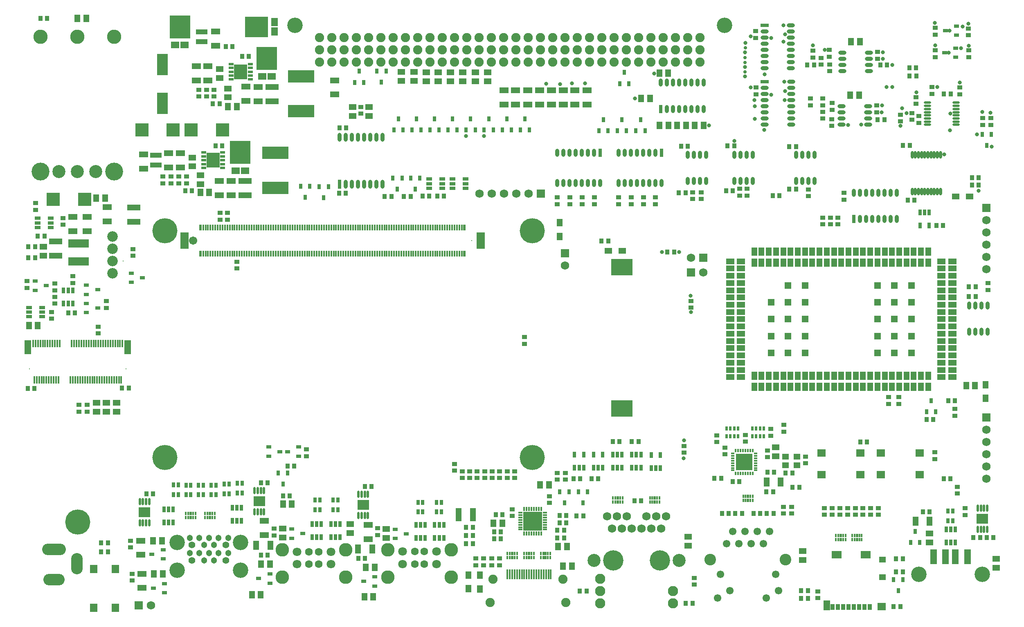
<source format=gts>
G04*
G04 #@! TF.GenerationSoftware,Altium Limited,Altium Designer,21.2.2 (38)*
G04*
G04 Layer_Color=8388736*
%FSLAX25Y25*%
%MOIN*%
G70*
G04*
G04 #@! TF.SameCoordinates,9A9FBC94-F95F-4755-83A8-F293FEA714C6*
G04*
G04*
G04 #@! TF.FilePolarity,Negative*
G04*
G01*
G75*
%ADD89R,0.05209X0.12139*%
%ADD90R,0.03556X0.04343*%
%ADD91R,0.04343X0.03556*%
%ADD92R,0.03162X0.04343*%
%ADD93R,0.04737X0.03162*%
%ADD94R,0.04737X0.06115*%
%ADD95O,0.03162X0.06509*%
%ADD96C,0.02769*%
%ADD97R,0.04540X0.05918*%
%ADD98R,0.06509X0.03162*%
%ADD99O,0.06509X0.03162*%
%ADD100R,0.03162X0.06509*%
%ADD101O,0.03162X0.06509*%
%ADD102R,0.04343X0.03162*%
%ADD103O,0.06509X0.03162*%
%ADD104O,0.05906X0.01968*%
%ADD105R,0.04737X0.06706*%
%ADD106R,0.06706X0.04737*%
%ADD107R,0.05721X0.05721*%
%ADD108R,0.03162X0.04737*%
%ADD109O,0.02375X0.06312*%
%ADD110R,0.06115X0.04737*%
%ADD111R,0.05918X0.04540*%
%ADD112R,0.17335X0.13398*%
%ADD113R,0.07099X0.06312*%
%ADD114R,0.07493X0.04934*%
%ADD115R,0.02165X0.05118*%
%ADD116R,0.01575X0.05118*%
%ADD117R,0.06509X0.13792*%
%ADD118R,0.21800X0.10300*%
%ADD119R,0.08674X0.17335*%
%ADD120R,0.10642X0.10642*%
%ADD121R,0.09461X0.04343*%
%ADD122R,0.10787X0.12362*%
%ADD123R,0.03898X0.01929*%
%ADD124R,0.11036X0.04934*%
%ADD125R,0.06509X0.05328*%
%ADD126R,0.17139X0.19107*%
%ADD127O,0.03162X0.07296*%
%ADD128R,0.03162X0.07296*%
%ADD129R,0.03543X0.04921*%
%ADD130R,0.03347X0.04921*%
%ADD131R,0.06902X0.06115*%
%ADD132R,0.05229X0.07887*%
%ADD133R,0.08280X0.06115*%
%ADD134R,0.05524X0.04737*%
%ADD135R,0.06115X0.04540*%
%ADD136R,0.01181X0.02618*%
%ADD137R,0.01968X0.02618*%
%ADD138R,0.02461X0.03248*%
%ADD139R,0.05512X0.04724*%
%ADD140R,0.01378X0.03150*%
%ADD141R,0.03150X0.01378*%
%ADD142R,0.13398X0.13398*%
%ADD143R,0.04934X0.07493*%
%ADD144R,0.02769X0.04343*%
%ADD145O,0.02047X0.05906*%
%ADD146R,0.09265X0.08123*%
%ADD147R,0.04934X0.11036*%
%ADD148R,0.15354X0.15354*%
%ADD149R,0.01457X0.03740*%
%ADD150R,0.03740X0.01457*%
%ADD151R,0.01575X0.07874*%
%ADD152R,0.04540X0.06115*%
%ADD153R,0.01378X0.06496*%
%ADD154R,0.05524X0.11627*%
%ADD155R,0.16548X0.07099*%
%ADD156R,0.05328X0.06509*%
%ADD157R,0.19107X0.17139*%
%ADD158R,0.06312X0.07099*%
%ADD159C,0.12611*%
%ADD160C,0.06800*%
%ADD161R,0.06800X0.06800*%
%ADD162R,0.06800X0.06800*%
%ADD163C,0.06902*%
%ADD164C,0.08280*%
%ADD165C,0.10642*%
%ADD166C,0.16548*%
%ADD167C,0.07493*%
%ADD168C,0.00800*%
%ADD169C,0.06706*%
%ADD170C,0.20485*%
%ADD171C,0.05131*%
%ADD172C,0.05524*%
%ADD173C,0.07099*%
%ADD174C,0.06312*%
%ADD175C,0.11036*%
%ADD176C,0.08556*%
%ADD177C,0.11627*%
%ADD178C,0.14580*%
%ADD179C,0.06115*%
%ADD180C,0.09461*%
%ADD181O,0.17335X0.09461*%
%ADD182O,0.19304X0.09461*%
%ADD183O,0.09461X0.17335*%
%ADD184C,0.03162*%
D89*
X758661Y47362D02*
D03*
X768504D02*
D03*
X776378D02*
D03*
X786220D02*
D03*
D90*
X332677Y341535D02*
D03*
X327165D02*
D03*
X316929D02*
D03*
X311417D02*
D03*
X342323Y341732D02*
D03*
X347835D02*
D03*
X359842D02*
D03*
X354331D02*
D03*
X473228Y80905D02*
D03*
X467717D02*
D03*
X627559Y342323D02*
D03*
X633071D02*
D03*
X646654Y382087D02*
D03*
X641142D02*
D03*
Y347638D02*
D03*
X646654D02*
D03*
X772621Y425197D02*
D03*
X767109D02*
D03*
X738976Y446654D02*
D03*
X744488D02*
D03*
X795472Y356693D02*
D03*
X789961D02*
D03*
X795472Y350787D02*
D03*
X789961D02*
D03*
X739173Y439944D02*
D03*
X744685D02*
D03*
X655709Y448819D02*
D03*
X661221D02*
D03*
X713189Y404331D02*
D03*
X718701D02*
D03*
X715354Y448819D02*
D03*
X720866D02*
D03*
X80512Y58858D02*
D03*
X86024D02*
D03*
X80512Y51378D02*
D03*
X86024D02*
D03*
X792913Y267913D02*
D03*
X787402D02*
D03*
X590748Y382874D02*
D03*
X596260D02*
D03*
X733858Y383071D02*
D03*
X739370D02*
D03*
X792913Y259842D02*
D03*
X787402D02*
D03*
X761024Y317717D02*
D03*
X766535D02*
D03*
X595079Y346063D02*
D03*
X589567D02*
D03*
X737598Y338386D02*
D03*
X743110D02*
D03*
X552953Y382480D02*
D03*
X558465D02*
D03*
X556693Y344488D02*
D03*
X551181D02*
D03*
X758465Y159646D02*
D03*
X752953D02*
D03*
X770669Y174803D02*
D03*
X776181D02*
D03*
X772441Y111024D02*
D03*
X766929D02*
D03*
X704528Y141142D02*
D03*
X699016D02*
D03*
X280118Y397441D02*
D03*
X274606D02*
D03*
X279724Y344094D02*
D03*
X274213D02*
D03*
X179134Y382677D02*
D03*
X173622D02*
D03*
X154527Y346063D02*
D03*
X149016D02*
D03*
X232283Y121653D02*
D03*
X237795D02*
D03*
X228543Y97244D02*
D03*
X234055D02*
D03*
X649213Y104331D02*
D03*
X643701D02*
D03*
X733661Y45669D02*
D03*
X728150D02*
D03*
Y35039D02*
D03*
X733661D02*
D03*
X731693Y6693D02*
D03*
X726181D02*
D03*
X650787Y13583D02*
D03*
X656299D02*
D03*
X656299Y19685D02*
D03*
X650787D02*
D03*
X514961Y93110D02*
D03*
X520472D02*
D03*
X475984Y19488D02*
D03*
X470472D02*
D03*
X556693Y9449D02*
D03*
X562205D02*
D03*
X512795Y141535D02*
D03*
X518307D02*
D03*
X497244D02*
D03*
X502756D02*
D03*
X485433Y111221D02*
D03*
X479921D02*
D03*
X470866D02*
D03*
X465354D02*
D03*
X585630Y111614D02*
D03*
X580118D02*
D03*
X643701Y115945D02*
D03*
X638189D02*
D03*
X622441Y100394D02*
D03*
X627953D02*
D03*
X623228Y116339D02*
D03*
X628740D02*
D03*
X600394Y108858D02*
D03*
X594882D02*
D03*
X591732Y82677D02*
D03*
X586221D02*
D03*
X597047D02*
D03*
X602559D02*
D03*
X622835D02*
D03*
X628346D02*
D03*
X617520D02*
D03*
X612008D02*
D03*
X807480Y63189D02*
D03*
X801968D02*
D03*
X791142D02*
D03*
X796654D02*
D03*
X755512Y84252D02*
D03*
X750000D02*
D03*
X488189Y305315D02*
D03*
X493701D02*
D03*
X377756Y71653D02*
D03*
X383268D02*
D03*
X377756Y64961D02*
D03*
X383268D02*
D03*
X377756Y58268D02*
D03*
X383268D02*
D03*
X401968Y81890D02*
D03*
X407480D02*
D03*
X459449Y75197D02*
D03*
X453937D02*
D03*
X459449Y81102D02*
D03*
X453937D02*
D03*
X406102Y67913D02*
D03*
X400591D02*
D03*
X406102Y62008D02*
D03*
X400591D02*
D03*
X452165Y69291D02*
D03*
X457677D02*
D03*
X452165Y62992D02*
D03*
X457677D02*
D03*
X295276Y104724D02*
D03*
X300787D02*
D03*
X289961Y46260D02*
D03*
X295472D02*
D03*
X210630Y107677D02*
D03*
X216142D02*
D03*
X210630Y48819D02*
D03*
X216142D02*
D03*
X122835Y98819D02*
D03*
X117323D02*
D03*
X36417Y486811D02*
D03*
X30906D02*
D03*
X102953Y185039D02*
D03*
X97441D02*
D03*
X53543Y246457D02*
D03*
X59055D02*
D03*
X26181Y184843D02*
D03*
X20669D02*
D03*
X187402Y463976D02*
D03*
X181890D02*
D03*
X176969Y417126D02*
D03*
X171457D02*
D03*
X21063Y300590D02*
D03*
X26575D02*
D03*
Y291339D02*
D03*
X21063D02*
D03*
X28740Y309252D02*
D03*
X34252D02*
D03*
X195276Y455905D02*
D03*
X200787D02*
D03*
X541732Y296063D02*
D03*
X547244D02*
D03*
D91*
X177362Y322638D02*
D03*
Y328150D02*
D03*
X183268Y322638D02*
D03*
Y328150D02*
D03*
X458661Y110433D02*
D03*
Y115945D02*
D03*
X452165Y115945D02*
D03*
Y110433D02*
D03*
X656693Y341732D02*
D03*
Y347244D02*
D03*
X712402Y415748D02*
D03*
Y410236D02*
D03*
X731693Y408268D02*
D03*
Y402756D02*
D03*
X780101Y430512D02*
D03*
Y425000D02*
D03*
X757464Y430709D02*
D03*
Y425197D02*
D03*
X613976Y430512D02*
D03*
Y425000D02*
D03*
X722047Y177756D02*
D03*
Y172244D02*
D03*
X730512Y177756D02*
D03*
Y172244D02*
D03*
X561024Y256299D02*
D03*
Y250787D02*
D03*
X555512Y137992D02*
D03*
Y132480D02*
D03*
X740945Y409646D02*
D03*
Y404134D02*
D03*
X746850Y401575D02*
D03*
Y407087D02*
D03*
X613779Y476378D02*
D03*
Y470866D02*
D03*
X798622Y405512D02*
D03*
Y400000D02*
D03*
X805332Y405512D02*
D03*
Y400000D02*
D03*
X760039Y460827D02*
D03*
Y455315D02*
D03*
Y479134D02*
D03*
Y473622D02*
D03*
X660433Y460433D02*
D03*
Y454921D02*
D03*
X658268Y421457D02*
D03*
Y415945D02*
D03*
X668504Y405118D02*
D03*
Y410630D02*
D03*
Y421457D02*
D03*
Y415945D02*
D03*
X787008Y478543D02*
D03*
Y473032D02*
D03*
X787402Y460827D02*
D03*
Y455315D02*
D03*
X675787Y399016D02*
D03*
Y404528D02*
D03*
X744472Y422638D02*
D03*
Y417126D02*
D03*
X675984Y417717D02*
D03*
Y412205D02*
D03*
X674016Y443701D02*
D03*
Y449213D02*
D03*
X673819Y461024D02*
D03*
Y455512D02*
D03*
X666929Y449016D02*
D03*
Y454528D02*
D03*
X713189Y459449D02*
D03*
Y453937D02*
D03*
X777953Y104528D02*
D03*
Y99016D02*
D03*
X802953Y265158D02*
D03*
Y270669D02*
D03*
X668504Y324213D02*
D03*
Y318701D02*
D03*
X674606Y324213D02*
D03*
Y318701D02*
D03*
X680709Y324213D02*
D03*
Y318701D02*
D03*
X685827Y338976D02*
D03*
Y344488D02*
D03*
X600787Y347835D02*
D03*
Y342323D02*
D03*
X606693Y347835D02*
D03*
Y342323D02*
D03*
X569488Y339370D02*
D03*
Y344882D02*
D03*
X562402Y339370D02*
D03*
Y344882D02*
D03*
X776181Y162598D02*
D03*
Y168110D02*
D03*
X502165Y335236D02*
D03*
Y340748D02*
D03*
X512205Y335236D02*
D03*
Y340748D02*
D03*
X522244Y335236D02*
D03*
Y340748D02*
D03*
X532087Y335236D02*
D03*
Y340748D02*
D03*
X452165Y335236D02*
D03*
Y340748D02*
D03*
X462205Y335236D02*
D03*
Y340748D02*
D03*
X472244Y335236D02*
D03*
Y340748D02*
D03*
X482283Y335236D02*
D03*
Y340748D02*
D03*
X759842Y127165D02*
D03*
Y132677D02*
D03*
X669685Y81693D02*
D03*
Y87205D02*
D03*
X292126Y409055D02*
D03*
Y414567D02*
D03*
X84646Y250591D02*
D03*
Y256102D02*
D03*
X137205Y357677D02*
D03*
Y352165D02*
D03*
X143701Y357677D02*
D03*
Y352165D02*
D03*
X150197Y357677D02*
D03*
Y352165D02*
D03*
X130709Y357677D02*
D03*
Y352165D02*
D03*
X247638Y135039D02*
D03*
Y129528D02*
D03*
X588779Y136614D02*
D03*
Y131102D02*
D03*
X582087Y141142D02*
D03*
Y146653D02*
D03*
X713779Y87205D02*
D03*
Y81693D02*
D03*
X664370Y13780D02*
D03*
Y19291D02*
D03*
X675984Y81693D02*
D03*
Y87205D02*
D03*
X694882Y81693D02*
D03*
Y87205D02*
D03*
X682283Y81693D02*
D03*
Y87205D02*
D03*
X707480Y81693D02*
D03*
Y87205D02*
D03*
X701181Y81693D02*
D03*
Y87205D02*
D03*
X688583Y81693D02*
D03*
Y87205D02*
D03*
X563779Y30315D02*
D03*
Y24803D02*
D03*
X636811Y155118D02*
D03*
Y149606D02*
D03*
X626181Y146260D02*
D03*
Y151772D02*
D03*
X654528Y123819D02*
D03*
Y129331D02*
D03*
X623228Y134252D02*
D03*
Y128740D02*
D03*
X605315Y141339D02*
D03*
Y146850D02*
D03*
X643110Y82677D02*
D03*
Y88189D02*
D03*
X636417Y82677D02*
D03*
Y88189D02*
D03*
X784252Y87008D02*
D03*
Y81496D02*
D03*
X425394Y221260D02*
D03*
Y226772D02*
D03*
X368504Y123228D02*
D03*
Y117717D02*
D03*
X78150Y229724D02*
D03*
Y235236D02*
D03*
X62402Y171457D02*
D03*
Y165945D02*
D03*
X69095Y171457D02*
D03*
Y165945D02*
D03*
X191142Y282677D02*
D03*
Y288189D02*
D03*
X417323Y111811D02*
D03*
Y117323D02*
D03*
X411221Y111811D02*
D03*
Y117323D02*
D03*
X405118Y111811D02*
D03*
Y117323D02*
D03*
X399016Y111811D02*
D03*
Y117323D02*
D03*
X392913Y111811D02*
D03*
Y117323D02*
D03*
X386811Y111811D02*
D03*
Y117323D02*
D03*
X380709Y111811D02*
D03*
Y117323D02*
D03*
X374606Y111811D02*
D03*
Y117323D02*
D03*
X445669Y91339D02*
D03*
Y96850D02*
D03*
X405118Y40551D02*
D03*
Y46063D02*
D03*
X385630Y40551D02*
D03*
Y46063D02*
D03*
X398622D02*
D03*
Y40551D02*
D03*
X392126Y46063D02*
D03*
Y40551D02*
D03*
X415354Y86221D02*
D03*
Y80709D02*
D03*
X305709Y70669D02*
D03*
Y65158D02*
D03*
X221260Y70472D02*
D03*
Y64961D02*
D03*
X104528Y55118D02*
D03*
Y60630D02*
D03*
X105709Y28150D02*
D03*
Y33661D02*
D03*
X39961Y241732D02*
D03*
Y247244D02*
D03*
X20079Y272441D02*
D03*
Y266929D02*
D03*
X42717Y270472D02*
D03*
Y264961D02*
D03*
X57480Y270866D02*
D03*
Y276378D02*
D03*
X106496Y293110D02*
D03*
Y298622D02*
D03*
X42717Y259646D02*
D03*
Y254134D02*
D03*
X160039Y423032D02*
D03*
Y428543D02*
D03*
X172441Y423032D02*
D03*
Y428543D02*
D03*
X166339Y423032D02*
D03*
Y428543D02*
D03*
X27165Y330512D02*
D03*
Y336024D02*
D03*
X49213Y323917D02*
D03*
Y318406D02*
D03*
D92*
X321850Y347441D02*
D03*
X318110Y356496D02*
D03*
X325590D02*
D03*
X336417Y347441D02*
D03*
X332677Y356496D02*
D03*
X340158D02*
D03*
X261811Y340551D02*
D03*
X258071Y349606D02*
D03*
X265551D02*
D03*
X246654Y340748D02*
D03*
X242913Y349803D02*
D03*
X250394D02*
D03*
X457874Y91339D02*
D03*
X454134Y100394D02*
D03*
X461614D02*
D03*
X473032Y91339D02*
D03*
X469291Y100394D02*
D03*
X476772D02*
D03*
X504724Y404134D02*
D03*
X508465Y395079D02*
D03*
X500984D02*
D03*
X506693Y442717D02*
D03*
X510433Y433661D02*
D03*
X502953D02*
D03*
X516142Y395079D02*
D03*
X523622D02*
D03*
X519882Y404134D02*
D03*
X486024Y395079D02*
D03*
X493504D02*
D03*
X489764Y404134D02*
D03*
X805709Y392126D02*
D03*
X798228D02*
D03*
X801968Y383071D02*
D03*
X752953Y165748D02*
D03*
X760433D02*
D03*
X756693Y174803D02*
D03*
X422047Y395669D02*
D03*
X429528D02*
D03*
X425787Y404724D02*
D03*
X407283Y395669D02*
D03*
X414764D02*
D03*
X411024Y404724D02*
D03*
X392520Y395669D02*
D03*
X400000D02*
D03*
X396260Y404724D02*
D03*
X377756Y395669D02*
D03*
X385236D02*
D03*
X381496Y404724D02*
D03*
X362992Y395669D02*
D03*
X370472D02*
D03*
X366732Y404724D02*
D03*
X348228Y395669D02*
D03*
X355709D02*
D03*
X351969Y404724D02*
D03*
X333661Y395669D02*
D03*
X341142D02*
D03*
X337402Y404724D02*
D03*
X318898Y395669D02*
D03*
X326378D02*
D03*
X322638Y404724D02*
D03*
X287008Y434646D02*
D03*
X294488D02*
D03*
X290748Y443701D02*
D03*
X312598Y443898D02*
D03*
X305118D02*
D03*
X308858Y434842D02*
D03*
X232283Y115748D02*
D03*
X224803D02*
D03*
X228543Y106693D02*
D03*
X733661Y28937D02*
D03*
X726181D02*
D03*
X729921Y19882D02*
D03*
X739961Y59252D02*
D03*
X747441D02*
D03*
X743701Y68307D02*
D03*
D93*
X358465Y355709D02*
D03*
Y351969D02*
D03*
Y348228D02*
D03*
X347835D02*
D03*
Y351969D02*
D03*
Y355709D02*
D03*
X366732Y348228D02*
D03*
Y351969D02*
D03*
Y355709D02*
D03*
X377362D02*
D03*
Y351969D02*
D03*
Y348228D02*
D03*
X32283Y250984D02*
D03*
Y247244D02*
D03*
Y243504D02*
D03*
X21654D02*
D03*
Y247244D02*
D03*
Y250984D02*
D03*
X28740Y316240D02*
D03*
Y319980D02*
D03*
Y323721D02*
D03*
X39370D02*
D03*
Y319980D02*
D03*
Y316240D02*
D03*
D94*
X453937Y308957D02*
D03*
Y320177D02*
D03*
X801181Y176673D02*
D03*
Y187894D02*
D03*
X379724Y21358D02*
D03*
Y32579D02*
D03*
X388976Y21260D02*
D03*
Y32480D02*
D03*
D95*
X646634Y354035D02*
D03*
X651634D02*
D03*
X656634D02*
D03*
X661634D02*
D03*
X646634Y375492D02*
D03*
X651634D02*
D03*
X656634D02*
D03*
X661634D02*
D03*
X802776Y252658D02*
D03*
X797776D02*
D03*
X792776D02*
D03*
X787776D02*
D03*
X802776Y231201D02*
D03*
X797776D02*
D03*
X792776D02*
D03*
X787776D02*
D03*
X611240Y375492D02*
D03*
X606240D02*
D03*
X601240D02*
D03*
X596240D02*
D03*
X611240Y354035D02*
D03*
X606240D02*
D03*
X601240D02*
D03*
X596240D02*
D03*
X573445Y375492D02*
D03*
X568445D02*
D03*
X563445D02*
D03*
X558445D02*
D03*
X573445Y354035D02*
D03*
X568445D02*
D03*
X563445D02*
D03*
X558445D02*
D03*
D96*
X604921Y454921D02*
D03*
Y458858D02*
D03*
Y443278D02*
D03*
Y439341D02*
D03*
X605315Y466929D02*
D03*
Y462992D02*
D03*
X604921Y447047D02*
D03*
Y450984D02*
D03*
D97*
X542520Y442126D02*
D03*
X535236D02*
D03*
X564075Y399606D02*
D03*
X571358D02*
D03*
X556988D02*
D03*
X549705D02*
D03*
X542815D02*
D03*
X535532D02*
D03*
X690650Y424151D02*
D03*
X697933D02*
D03*
X691437Y467913D02*
D03*
X698721D02*
D03*
X527658Y421457D02*
D03*
X520374D02*
D03*
X792520Y187008D02*
D03*
X785236D02*
D03*
X302165Y14764D02*
D03*
X294882D02*
D03*
X445374Y106102D02*
D03*
X438091D02*
D03*
X161221Y344685D02*
D03*
X168504D02*
D03*
X235827Y90354D02*
D03*
X228543D02*
D03*
X203248Y16339D02*
D03*
X210531D02*
D03*
X463976Y39961D02*
D03*
X456693D02*
D03*
X400000Y75000D02*
D03*
X407283D02*
D03*
X459941Y55709D02*
D03*
X452658D02*
D03*
X28839Y236221D02*
D03*
X21555D02*
D03*
X60925Y486811D02*
D03*
X68209D02*
D03*
X191043Y414961D02*
D03*
X183760D02*
D03*
X83760Y340158D02*
D03*
X76476D02*
D03*
D98*
X621063Y481277D02*
D03*
X621161Y435020D02*
D03*
D99*
X621063Y476277D02*
D03*
Y471277D02*
D03*
Y466277D02*
D03*
Y461277D02*
D03*
Y456277D02*
D03*
Y451277D02*
D03*
Y446277D02*
D03*
X642520Y481277D02*
D03*
Y476277D02*
D03*
Y471277D02*
D03*
Y466277D02*
D03*
Y461277D02*
D03*
Y456277D02*
D03*
Y451277D02*
D03*
Y446277D02*
D03*
X621161Y430020D02*
D03*
Y425020D02*
D03*
Y420020D02*
D03*
Y415020D02*
D03*
Y410020D02*
D03*
Y405020D02*
D03*
Y400020D02*
D03*
X642618Y435020D02*
D03*
Y430020D02*
D03*
Y425020D02*
D03*
Y420020D02*
D03*
Y415020D02*
D03*
Y410020D02*
D03*
Y405020D02*
D03*
Y400020D02*
D03*
D100*
X536532Y412894D02*
D03*
X693720Y323130D02*
D03*
X487185Y377165D02*
D03*
X537185D02*
D03*
D101*
X541533Y412894D02*
D03*
X546532D02*
D03*
X551533D02*
D03*
X556532D02*
D03*
X561532D02*
D03*
X566533D02*
D03*
X571532D02*
D03*
X536532Y434350D02*
D03*
X541533D02*
D03*
X546532D02*
D03*
X551533D02*
D03*
X556532D02*
D03*
X561532D02*
D03*
X566533D02*
D03*
X571532D02*
D03*
X698721Y323130D02*
D03*
X703721D02*
D03*
X708720D02*
D03*
X713721D02*
D03*
X718720D02*
D03*
X723721D02*
D03*
X728721D02*
D03*
X693720Y344587D02*
D03*
X698721D02*
D03*
X703721D02*
D03*
X708720D02*
D03*
X713721D02*
D03*
X718720D02*
D03*
X723721D02*
D03*
X728721D02*
D03*
X452185Y352362D02*
D03*
X457185D02*
D03*
X462185D02*
D03*
X467185D02*
D03*
X472185D02*
D03*
X477185D02*
D03*
X482185D02*
D03*
X487185D02*
D03*
X452185Y377165D02*
D03*
X457185D02*
D03*
X462185D02*
D03*
X467185D02*
D03*
X472185D02*
D03*
X477185D02*
D03*
X482185D02*
D03*
X502185Y352362D02*
D03*
X507185D02*
D03*
X512185D02*
D03*
X517185D02*
D03*
X522185D02*
D03*
X527185D02*
D03*
X532185D02*
D03*
X537185D02*
D03*
X502185Y377165D02*
D03*
X507185D02*
D03*
X512185D02*
D03*
X517185D02*
D03*
X522185D02*
D03*
X527185D02*
D03*
X532185D02*
D03*
D102*
X777362Y473032D02*
D03*
Y480512D02*
D03*
X768307Y476772D02*
D03*
X776772Y455118D02*
D03*
Y462598D02*
D03*
X767717Y458858D02*
D03*
X68504Y254331D02*
D03*
Y246850D02*
D03*
X77559Y250590D02*
D03*
X216929Y137008D02*
D03*
Y129528D02*
D03*
X225984Y133268D02*
D03*
X241339Y129528D02*
D03*
Y137008D02*
D03*
X232283Y133268D02*
D03*
X328937Y66142D02*
D03*
X319882Y62402D02*
D03*
Y69882D02*
D03*
X294291Y27362D02*
D03*
X303346Y31102D02*
D03*
Y23622D02*
D03*
X208858Y29724D02*
D03*
X217913Y33465D02*
D03*
Y25984D02*
D03*
X244685Y66339D02*
D03*
X235630Y62598D02*
D03*
Y70079D02*
D03*
X121850Y49409D02*
D03*
X130905Y53150D02*
D03*
Y45669D02*
D03*
X123031Y21850D02*
D03*
X132087Y25591D02*
D03*
Y18110D02*
D03*
X35630Y268701D02*
D03*
X26575Y264961D02*
D03*
Y272441D02*
D03*
X77559Y265354D02*
D03*
X68504Y261614D02*
D03*
Y269094D02*
D03*
X113976Y275197D02*
D03*
X104921Y271457D02*
D03*
Y278937D02*
D03*
D103*
X705905Y443819D02*
D03*
Y448819D02*
D03*
Y453819D02*
D03*
Y458819D02*
D03*
X684449Y443819D02*
D03*
Y448819D02*
D03*
Y453819D02*
D03*
Y458819D02*
D03*
X705217Y400177D02*
D03*
Y405177D02*
D03*
Y410177D02*
D03*
Y415177D02*
D03*
X683760Y400177D02*
D03*
Y405177D02*
D03*
Y410177D02*
D03*
Y415177D02*
D03*
D104*
X753723Y418012D02*
D03*
Y415453D02*
D03*
Y412894D02*
D03*
Y410335D02*
D03*
Y407776D02*
D03*
Y405217D02*
D03*
Y402658D02*
D03*
Y400098D02*
D03*
X776952Y418012D02*
D03*
Y415453D02*
D03*
Y412894D02*
D03*
Y410335D02*
D03*
Y407776D02*
D03*
Y405217D02*
D03*
Y402658D02*
D03*
Y400098D02*
D03*
D105*
X612598Y287598D02*
D03*
X618504D02*
D03*
X624409D02*
D03*
X630315D02*
D03*
X636221D02*
D03*
X642126D02*
D03*
X648032D02*
D03*
X653937D02*
D03*
X659842D02*
D03*
X665748D02*
D03*
X671654D02*
D03*
X677559D02*
D03*
X683464D02*
D03*
X689370D02*
D03*
X695276D02*
D03*
X701181D02*
D03*
X707087D02*
D03*
X712992D02*
D03*
X718898D02*
D03*
X724803D02*
D03*
X730709D02*
D03*
X736614D02*
D03*
X742520D02*
D03*
X748425D02*
D03*
X754331D02*
D03*
X612598Y296457D02*
D03*
X618504D02*
D03*
X624409D02*
D03*
X630315D02*
D03*
X636221D02*
D03*
X642126D02*
D03*
X648032D02*
D03*
X653937D02*
D03*
X659842D02*
D03*
X665748D02*
D03*
X671654D02*
D03*
X677559D02*
D03*
X683464D02*
D03*
X689370D02*
D03*
X695276D02*
D03*
X701181D02*
D03*
X707087D02*
D03*
X712992D02*
D03*
X718898D02*
D03*
X724803D02*
D03*
X730709D02*
D03*
X736614D02*
D03*
X742520D02*
D03*
X748425D02*
D03*
X754331D02*
D03*
Y195079D02*
D03*
X748425D02*
D03*
X742520D02*
D03*
X736614D02*
D03*
X730709D02*
D03*
X724803D02*
D03*
X718898D02*
D03*
X712992D02*
D03*
X707087D02*
D03*
X701181D02*
D03*
X695276D02*
D03*
X689370D02*
D03*
X683465D02*
D03*
X677559D02*
D03*
X671654D02*
D03*
X665748D02*
D03*
X659842D02*
D03*
X653937D02*
D03*
X648032D02*
D03*
X642126D02*
D03*
X636221D02*
D03*
X630315D02*
D03*
X624409D02*
D03*
X618504D02*
D03*
X612598D02*
D03*
X754331Y186221D02*
D03*
X748425D02*
D03*
X742520D02*
D03*
X736614D02*
D03*
X730709D02*
D03*
X724803D02*
D03*
X718898D02*
D03*
X712992D02*
D03*
X707087D02*
D03*
X701181D02*
D03*
X695276D02*
D03*
X689370D02*
D03*
X683465D02*
D03*
X677559D02*
D03*
X671654D02*
D03*
X665748D02*
D03*
X659842D02*
D03*
X653937D02*
D03*
X648032D02*
D03*
X642126D02*
D03*
X636221D02*
D03*
X630315D02*
D03*
X624409D02*
D03*
X618504D02*
D03*
X612598D02*
D03*
D106*
X765158Y282677D02*
D03*
Y288583D02*
D03*
Y235433D02*
D03*
Y276772D02*
D03*
Y270866D02*
D03*
Y264961D02*
D03*
Y259055D02*
D03*
Y253150D02*
D03*
Y247244D02*
D03*
Y241339D02*
D03*
Y229528D02*
D03*
Y223622D02*
D03*
Y217717D02*
D03*
Y211811D02*
D03*
Y205906D02*
D03*
Y200000D02*
D03*
Y194095D02*
D03*
X774016Y288583D02*
D03*
Y282677D02*
D03*
Y276772D02*
D03*
Y270866D02*
D03*
Y264961D02*
D03*
Y259055D02*
D03*
Y253150D02*
D03*
Y247244D02*
D03*
Y241339D02*
D03*
Y235433D02*
D03*
Y229528D02*
D03*
Y223622D02*
D03*
Y217717D02*
D03*
Y211811D02*
D03*
Y205807D02*
D03*
Y200000D02*
D03*
Y194095D02*
D03*
X601772Y194095D02*
D03*
Y200000D02*
D03*
Y205906D02*
D03*
Y211811D02*
D03*
Y217717D02*
D03*
Y223622D02*
D03*
Y229528D02*
D03*
Y235433D02*
D03*
Y241339D02*
D03*
Y247244D02*
D03*
Y253150D02*
D03*
Y259055D02*
D03*
Y264961D02*
D03*
Y270866D02*
D03*
Y276772D02*
D03*
Y282677D02*
D03*
Y288583D02*
D03*
X592913Y194095D02*
D03*
Y200000D02*
D03*
Y205906D02*
D03*
Y211811D02*
D03*
Y217717D02*
D03*
Y223622D02*
D03*
Y229528D02*
D03*
Y235433D02*
D03*
Y241339D02*
D03*
Y247244D02*
D03*
Y253150D02*
D03*
Y259055D02*
D03*
Y264961D02*
D03*
Y270866D02*
D03*
Y276772D02*
D03*
Y282677D02*
D03*
Y288583D02*
D03*
D107*
X726772Y213779D02*
D03*
Y227559D02*
D03*
Y241339D02*
D03*
Y255118D02*
D03*
Y268898D02*
D03*
X712992Y213779D02*
D03*
Y227559D02*
D03*
Y241339D02*
D03*
Y255118D02*
D03*
Y268898D02*
D03*
X626378Y255118D02*
D03*
Y241339D02*
D03*
Y227559D02*
D03*
Y213779D02*
D03*
X640158Y268898D02*
D03*
Y255118D02*
D03*
Y241339D02*
D03*
Y227559D02*
D03*
Y213779D02*
D03*
X653937Y268898D02*
D03*
Y255118D02*
D03*
Y241339D02*
D03*
Y227559D02*
D03*
Y213779D02*
D03*
X740551Y268898D02*
D03*
Y255118D02*
D03*
Y241339D02*
D03*
Y227559D02*
D03*
Y213779D02*
D03*
D108*
X755118Y317717D02*
D03*
X747638D02*
D03*
Y328346D02*
D03*
X751378D02*
D03*
X755118D02*
D03*
X466142Y130709D02*
D03*
X473622D02*
D03*
Y120079D02*
D03*
X469882D02*
D03*
X466142D02*
D03*
X481693Y130709D02*
D03*
X489173D02*
D03*
Y120079D02*
D03*
X485433D02*
D03*
X481693D02*
D03*
X497244D02*
D03*
X500984D02*
D03*
X504724D02*
D03*
Y130709D02*
D03*
X500984D02*
D03*
X497244D02*
D03*
X512795Y120079D02*
D03*
X516535D02*
D03*
X520276D02*
D03*
Y130709D02*
D03*
X516535D02*
D03*
X512795D02*
D03*
X528543Y130512D02*
D03*
X536024D02*
D03*
Y119882D02*
D03*
X532283D02*
D03*
X528543D02*
D03*
X768898Y59252D02*
D03*
X772638D02*
D03*
X776378D02*
D03*
Y69882D02*
D03*
X772638D02*
D03*
X768898D02*
D03*
X267717Y74016D02*
D03*
X271457D02*
D03*
X275197D02*
D03*
Y63386D02*
D03*
X271457D02*
D03*
X267717D02*
D03*
X194685Y87402D02*
D03*
X190945D02*
D03*
X187205D02*
D03*
Y76772D02*
D03*
X190945D02*
D03*
X194685D02*
D03*
X139173Y86221D02*
D03*
X135433D02*
D03*
X131693D02*
D03*
Y75590D02*
D03*
X135433D02*
D03*
X139173D02*
D03*
X352165Y62992D02*
D03*
X355906D02*
D03*
X359646D02*
D03*
Y73622D02*
D03*
X355906D02*
D03*
X352165D02*
D03*
X337008Y62992D02*
D03*
X340748D02*
D03*
X344488D02*
D03*
Y73622D02*
D03*
X340748D02*
D03*
X337008D02*
D03*
X252362Y63386D02*
D03*
X256102D02*
D03*
X259842D02*
D03*
Y74016D02*
D03*
X256102D02*
D03*
X252362D02*
D03*
X57284Y254331D02*
D03*
X53543D02*
D03*
X49803D02*
D03*
Y264961D02*
D03*
X53543D02*
D03*
X57284D02*
D03*
D109*
X764272Y375394D02*
D03*
X761713D02*
D03*
X759154D02*
D03*
X756595D02*
D03*
X754035D02*
D03*
X751476D02*
D03*
X748917D02*
D03*
X746358D02*
D03*
X743799D02*
D03*
X741240D02*
D03*
X764272Y345472D02*
D03*
X761713D02*
D03*
X759154D02*
D03*
X756595D02*
D03*
X754035D02*
D03*
X751476D02*
D03*
X748917D02*
D03*
X746358D02*
D03*
X743799D02*
D03*
X741240D02*
D03*
D110*
X787894Y341339D02*
D03*
X776673D02*
D03*
X493701Y297244D02*
D03*
X504921D02*
D03*
D111*
X283465Y66831D02*
D03*
Y74114D02*
D03*
X395276Y442815D02*
D03*
Y435532D02*
D03*
X385236Y442815D02*
D03*
Y435532D02*
D03*
X375197Y442717D02*
D03*
Y435433D02*
D03*
X365158Y442717D02*
D03*
Y435433D02*
D03*
X355118Y442815D02*
D03*
Y435532D02*
D03*
X345276Y442913D02*
D03*
Y435630D02*
D03*
X335236Y443012D02*
D03*
Y435728D02*
D03*
X325197Y443110D02*
D03*
Y435827D02*
D03*
X285433Y414567D02*
D03*
Y407283D02*
D03*
X298819D02*
D03*
Y414567D02*
D03*
X154724Y373327D02*
D03*
Y366043D02*
D03*
X161221Y358760D02*
D03*
Y351476D02*
D03*
X177165Y445571D02*
D03*
Y438287D02*
D03*
X93110Y173130D02*
D03*
Y165847D02*
D03*
X84842Y173130D02*
D03*
Y165847D02*
D03*
X76575Y173130D02*
D03*
Y165847D02*
D03*
X630118Y136909D02*
D03*
Y129626D02*
D03*
X809646Y38386D02*
D03*
Y45669D02*
D03*
X183858Y422342D02*
D03*
Y429626D02*
D03*
X33268Y293209D02*
D03*
Y300492D02*
D03*
D112*
X504724Y168504D02*
D03*
Y283858D02*
D03*
D113*
X747244Y114370D02*
D03*
X715748D02*
D03*
X747244Y132087D02*
D03*
X715748D02*
D03*
X667520D02*
D03*
X699016D02*
D03*
X667520Y114370D02*
D03*
X699016D02*
D03*
D114*
X476378Y428051D02*
D03*
Y416437D02*
D03*
X466535Y428051D02*
D03*
Y416437D02*
D03*
X456890Y428051D02*
D03*
Y416437D02*
D03*
X447244Y428150D02*
D03*
Y416535D02*
D03*
X437598Y416634D02*
D03*
Y428248D02*
D03*
X408661Y416634D02*
D03*
Y428248D02*
D03*
X427953Y416634D02*
D03*
Y428248D02*
D03*
X418110Y416634D02*
D03*
Y428248D02*
D03*
X270669Y424705D02*
D03*
Y436319D02*
D03*
X114961Y375886D02*
D03*
Y364272D02*
D03*
X135433Y365256D02*
D03*
Y376870D02*
D03*
X145079Y365256D02*
D03*
Y376870D02*
D03*
X176575Y354035D02*
D03*
Y342421D02*
D03*
X186417Y354134D02*
D03*
Y342520D02*
D03*
X298031Y73524D02*
D03*
Y61910D02*
D03*
X213386Y76870D02*
D03*
Y65256D02*
D03*
X112795Y60630D02*
D03*
Y49016D02*
D03*
X113583Y33658D02*
D03*
Y22044D02*
D03*
X167323Y447736D02*
D03*
Y436122D02*
D03*
X157874Y447736D02*
D03*
Y436122D02*
D03*
X198425Y419390D02*
D03*
Y431004D02*
D03*
X208268Y419291D02*
D03*
Y430905D02*
D03*
X173819Y476181D02*
D03*
Y464567D02*
D03*
X69095Y324705D02*
D03*
Y313091D02*
D03*
X57284Y324705D02*
D03*
Y313091D02*
D03*
X85236Y332874D02*
D03*
Y321260D02*
D03*
D115*
X376476Y316142D02*
D03*
X161319D02*
D03*
X376476Y294882D02*
D03*
X161319D02*
D03*
D116*
X374213Y316142D02*
D03*
X372244D02*
D03*
X370276D02*
D03*
X368307D02*
D03*
X366339D02*
D03*
X364370D02*
D03*
X362402D02*
D03*
X360433D02*
D03*
X358465D02*
D03*
X356496D02*
D03*
X354528D02*
D03*
X352559D02*
D03*
X350590D02*
D03*
X348622D02*
D03*
X346654D02*
D03*
X344685D02*
D03*
X342717D02*
D03*
X340748D02*
D03*
X338779D02*
D03*
X336811D02*
D03*
X334842D02*
D03*
X332874D02*
D03*
X330906D02*
D03*
X328937D02*
D03*
X326969D02*
D03*
X325000D02*
D03*
X323031D02*
D03*
X321063D02*
D03*
X319094D02*
D03*
X317126D02*
D03*
X315158D02*
D03*
X313189D02*
D03*
X311221D02*
D03*
X309252D02*
D03*
X307283D02*
D03*
X305315D02*
D03*
X303346D02*
D03*
X301378D02*
D03*
X299410D02*
D03*
X297441D02*
D03*
X295472D02*
D03*
X293504D02*
D03*
X291535D02*
D03*
X289567D02*
D03*
X287598D02*
D03*
X285630D02*
D03*
X283661D02*
D03*
X281693D02*
D03*
X279724D02*
D03*
X277756D02*
D03*
X275787D02*
D03*
X273819D02*
D03*
X271850D02*
D03*
X269882D02*
D03*
X267913D02*
D03*
X265945D02*
D03*
X263976D02*
D03*
X262008D02*
D03*
X260039D02*
D03*
X258071D02*
D03*
X256102D02*
D03*
X254134D02*
D03*
X252165D02*
D03*
X250197D02*
D03*
X248228D02*
D03*
X246260D02*
D03*
X244291D02*
D03*
X242323D02*
D03*
X240354D02*
D03*
X238386D02*
D03*
X236417D02*
D03*
X234449D02*
D03*
X232480D02*
D03*
X230512D02*
D03*
X228543D02*
D03*
X226575D02*
D03*
X224606D02*
D03*
X222638D02*
D03*
X220669D02*
D03*
X218701D02*
D03*
X216732D02*
D03*
X214764D02*
D03*
X212795D02*
D03*
X210827D02*
D03*
X208858D02*
D03*
X206890D02*
D03*
X204921D02*
D03*
X202953D02*
D03*
X200984D02*
D03*
X199016D02*
D03*
X197047D02*
D03*
X195079D02*
D03*
X193110D02*
D03*
X191142D02*
D03*
X189173D02*
D03*
X187205D02*
D03*
X185236D02*
D03*
X183268D02*
D03*
X181299D02*
D03*
X179331D02*
D03*
X177362D02*
D03*
X175394D02*
D03*
X173425D02*
D03*
X171457D02*
D03*
X169488D02*
D03*
X167520D02*
D03*
X165551D02*
D03*
X163583D02*
D03*
X374213Y294882D02*
D03*
X372244D02*
D03*
X370276D02*
D03*
X368307D02*
D03*
X366339D02*
D03*
X364370D02*
D03*
X362402D02*
D03*
X360433D02*
D03*
X358465D02*
D03*
X356496D02*
D03*
X354528D02*
D03*
X352559D02*
D03*
X350590D02*
D03*
X348622D02*
D03*
X346654D02*
D03*
X344685D02*
D03*
X342717D02*
D03*
X340748D02*
D03*
X338779D02*
D03*
X336811D02*
D03*
X334842D02*
D03*
X332874D02*
D03*
X330906D02*
D03*
X328937D02*
D03*
X326969D02*
D03*
X325000D02*
D03*
X323031D02*
D03*
X321063D02*
D03*
X319094D02*
D03*
X317126D02*
D03*
X315158D02*
D03*
X313189D02*
D03*
X311221D02*
D03*
X309252D02*
D03*
X307283D02*
D03*
X305315D02*
D03*
X303346D02*
D03*
X301378D02*
D03*
X299410D02*
D03*
X297441D02*
D03*
X295472D02*
D03*
X293504D02*
D03*
X291535D02*
D03*
X289567D02*
D03*
X287598D02*
D03*
X285630D02*
D03*
X283661D02*
D03*
X281693D02*
D03*
X279724D02*
D03*
X277756D02*
D03*
X275787D02*
D03*
X273819D02*
D03*
X271850D02*
D03*
X269882D02*
D03*
X267913D02*
D03*
X265945D02*
D03*
X263976D02*
D03*
X262008D02*
D03*
X260039D02*
D03*
X258071D02*
D03*
X256102D02*
D03*
X254134D02*
D03*
X252165D02*
D03*
X250197D02*
D03*
X248228D02*
D03*
X246260D02*
D03*
X244291D02*
D03*
X242323D02*
D03*
X240354D02*
D03*
X238386D02*
D03*
X236417D02*
D03*
X234449D02*
D03*
X232480D02*
D03*
X230512D02*
D03*
X228543D02*
D03*
X226575D02*
D03*
X224606D02*
D03*
X222638D02*
D03*
X220669D02*
D03*
X218701D02*
D03*
X216732D02*
D03*
X214764D02*
D03*
X212795D02*
D03*
X210827D02*
D03*
X208858D02*
D03*
X206890D02*
D03*
X204921D02*
D03*
X202953D02*
D03*
X200984D02*
D03*
X199016D02*
D03*
X197047D02*
D03*
X195079D02*
D03*
X193110D02*
D03*
X191142D02*
D03*
X189173D02*
D03*
X187205D02*
D03*
X185236D02*
D03*
X183268D02*
D03*
X181299D02*
D03*
X179331D02*
D03*
X177362D02*
D03*
X175394D02*
D03*
X173425D02*
D03*
X171457D02*
D03*
X169488D02*
D03*
X167520D02*
D03*
X165551D02*
D03*
X163583D02*
D03*
D117*
X148228Y305512D02*
D03*
X389567D02*
D03*
D118*
X222244Y348543D02*
D03*
Y377047D02*
D03*
X243307Y439646D02*
D03*
Y411142D02*
D03*
D119*
X130315Y417520D02*
D03*
Y449016D02*
D03*
D120*
X113773Y395866D02*
D03*
X139173D02*
D03*
X179235D02*
D03*
X153835D02*
D03*
X41529Y339173D02*
D03*
X66929D02*
D03*
D121*
X125197Y375197D02*
D03*
Y367323D02*
D03*
X162205Y475787D02*
D03*
Y467913D02*
D03*
D122*
X171752Y371063D02*
D03*
X194193Y443307D02*
D03*
D123*
X179527Y364764D02*
D03*
Y367913D02*
D03*
Y371063D02*
D03*
Y374213D02*
D03*
Y377362D02*
D03*
X163976Y364764D02*
D03*
Y367913D02*
D03*
Y371063D02*
D03*
Y374213D02*
D03*
Y377362D02*
D03*
X186417Y449606D02*
D03*
Y446457D02*
D03*
Y443307D02*
D03*
Y440157D02*
D03*
Y437008D02*
D03*
X201969Y449606D02*
D03*
Y446457D02*
D03*
Y443307D02*
D03*
Y440157D02*
D03*
Y437008D02*
D03*
D124*
X197835Y342421D02*
D03*
Y354035D02*
D03*
X107087Y332579D02*
D03*
Y320965D02*
D03*
X219685Y430905D02*
D03*
Y419291D02*
D03*
X43504Y304823D02*
D03*
Y293209D02*
D03*
D125*
X197716Y362598D02*
D03*
X189961D02*
D03*
X148504Y465158D02*
D03*
X140748D02*
D03*
X211614Y439370D02*
D03*
X219370D02*
D03*
D126*
X193839Y377362D02*
D03*
X144626Y479921D02*
D03*
X215492Y454134D02*
D03*
D127*
X309626Y389961D02*
D03*
X304626D02*
D03*
X299626D02*
D03*
X294626D02*
D03*
X289626D02*
D03*
X284626D02*
D03*
X279626D02*
D03*
X274626D02*
D03*
X309626Y351378D02*
D03*
X304626D02*
D03*
X299626D02*
D03*
X294626D02*
D03*
X289626D02*
D03*
X284626D02*
D03*
X279626D02*
D03*
D128*
X274626D02*
D03*
D129*
X706693Y6496D02*
D03*
X702362D02*
D03*
X698032D02*
D03*
X693701D02*
D03*
X689370D02*
D03*
X685039D02*
D03*
X680709D02*
D03*
D130*
X676476D02*
D03*
D131*
X716378Y6988D02*
D03*
D132*
X671634Y7874D02*
D03*
D133*
X679783Y49114D02*
D03*
X703287D02*
D03*
D134*
X717067Y30709D02*
D03*
Y45276D02*
D03*
D135*
X558661Y63681D02*
D03*
Y56398D02*
D03*
X652165Y44980D02*
D03*
Y52264D02*
D03*
X755512Y66535D02*
D03*
Y59252D02*
D03*
X312795Y70276D02*
D03*
Y62992D02*
D03*
X228346Y70472D02*
D03*
Y63189D02*
D03*
D136*
X700197Y64764D02*
D03*
X698228D02*
D03*
X694291D02*
D03*
X692323D02*
D03*
X700197Y61472D02*
D03*
X698228D02*
D03*
X694291D02*
D03*
X692323D02*
D03*
X687008Y64780D02*
D03*
X685039D02*
D03*
X681102D02*
D03*
X679134D02*
D03*
X687008Y61488D02*
D03*
X685039D02*
D03*
X681102D02*
D03*
X679134D02*
D03*
X611417Y96724D02*
D03*
X609449D02*
D03*
X605512D02*
D03*
X603543D02*
D03*
X611417Y93433D02*
D03*
X609449D02*
D03*
X605512D02*
D03*
X603543D02*
D03*
X173031Y82819D02*
D03*
X171063D02*
D03*
X167126D02*
D03*
X165157D02*
D03*
X173031Y79528D02*
D03*
X171063D02*
D03*
X167126D02*
D03*
X165157D02*
D03*
X505315Y95472D02*
D03*
X503346D02*
D03*
X499409D02*
D03*
X497441D02*
D03*
X505315Y92181D02*
D03*
X503346D02*
D03*
X499409D02*
D03*
X497441D02*
D03*
X446457Y50142D02*
D03*
X444488D02*
D03*
X440551D02*
D03*
X438583D02*
D03*
X446457Y46850D02*
D03*
X444488D02*
D03*
X440551D02*
D03*
X438583D02*
D03*
X433071Y50071D02*
D03*
X431102D02*
D03*
X427165D02*
D03*
X425197D02*
D03*
X433071Y46780D02*
D03*
X431102D02*
D03*
X427165D02*
D03*
X425197D02*
D03*
X411417D02*
D03*
X413386D02*
D03*
X417323D02*
D03*
X419291D02*
D03*
X411417Y50071D02*
D03*
X413386D02*
D03*
X417323D02*
D03*
X419291D02*
D03*
X157283Y82693D02*
D03*
X155315D02*
D03*
X151378D02*
D03*
X149409D02*
D03*
X157283Y79402D02*
D03*
X155315D02*
D03*
X151378D02*
D03*
X149409D02*
D03*
X535433Y95543D02*
D03*
X533465D02*
D03*
X529528D02*
D03*
X527559D02*
D03*
X535433Y92252D02*
D03*
X533465D02*
D03*
X529528D02*
D03*
X527559D02*
D03*
D137*
X696260Y64764D02*
D03*
Y61472D02*
D03*
X683071Y64780D02*
D03*
Y61488D02*
D03*
X607480Y96724D02*
D03*
Y93433D02*
D03*
X169095Y82819D02*
D03*
Y79528D02*
D03*
X501378Y95472D02*
D03*
Y92181D02*
D03*
X442520Y50142D02*
D03*
Y46850D02*
D03*
X429134Y50071D02*
D03*
Y46780D02*
D03*
X415354D02*
D03*
Y50071D02*
D03*
X153347Y82693D02*
D03*
Y79402D02*
D03*
X531496Y95543D02*
D03*
Y92252D02*
D03*
D138*
X589961Y145866D02*
D03*
X593110D02*
D03*
X596260D02*
D03*
X599409D02*
D03*
X589961Y152165D02*
D03*
X593110D02*
D03*
X596260D02*
D03*
X599409D02*
D03*
X611024Y145866D02*
D03*
X614173D02*
D03*
X617323D02*
D03*
X620472D02*
D03*
X611024Y152165D02*
D03*
X614173D02*
D03*
X617323D02*
D03*
X620472D02*
D03*
D139*
X638189Y122244D02*
D03*
Y129331D02*
D03*
X647244D02*
D03*
Y122244D02*
D03*
D140*
X611221Y115551D02*
D03*
X609252D02*
D03*
X607283D02*
D03*
X605315D02*
D03*
X603346D02*
D03*
X601378D02*
D03*
X599409D02*
D03*
X597441D02*
D03*
Y134252D02*
D03*
X599409D02*
D03*
X601378D02*
D03*
X603346D02*
D03*
X605315D02*
D03*
X607283D02*
D03*
X609252D02*
D03*
X611221D02*
D03*
D141*
X594980Y118012D02*
D03*
Y119980D02*
D03*
Y121949D02*
D03*
Y123917D02*
D03*
Y125886D02*
D03*
Y127854D02*
D03*
Y129823D02*
D03*
Y131791D02*
D03*
X613681D02*
D03*
Y129823D02*
D03*
Y127854D02*
D03*
Y125886D02*
D03*
Y123917D02*
D03*
Y121949D02*
D03*
Y119980D02*
D03*
Y118012D02*
D03*
D142*
X604331Y124902D02*
D03*
D143*
X634154Y108465D02*
D03*
X622539D02*
D03*
X743898Y76378D02*
D03*
X755512D02*
D03*
X289862Y53937D02*
D03*
X301476D02*
D03*
X206594Y56890D02*
D03*
X218209D02*
D03*
D144*
X770472Y84842D02*
D03*
Y76968D02*
D03*
X774409D02*
D03*
Y84842D02*
D03*
X191339Y107480D02*
D03*
Y99606D02*
D03*
X195276D02*
D03*
Y107480D02*
D03*
X180709Y106693D02*
D03*
Y98819D02*
D03*
X184646D02*
D03*
Y106693D02*
D03*
X169961Y105905D02*
D03*
Y98032D02*
D03*
X173898D02*
D03*
Y105905D02*
D03*
X159764D02*
D03*
Y98032D02*
D03*
X163701D02*
D03*
Y105905D02*
D03*
X149567D02*
D03*
Y98032D02*
D03*
X153504D02*
D03*
Y105905D02*
D03*
X139370Y106102D02*
D03*
Y98228D02*
D03*
X143307D02*
D03*
Y106102D02*
D03*
X353740Y91929D02*
D03*
Y84055D02*
D03*
X357677D02*
D03*
Y91929D02*
D03*
X338583D02*
D03*
Y84055D02*
D03*
X342520D02*
D03*
Y91929D02*
D03*
X254724Y93701D02*
D03*
Y85827D02*
D03*
X258661D02*
D03*
Y93701D02*
D03*
X269488D02*
D03*
Y85827D02*
D03*
X273425D02*
D03*
Y93701D02*
D03*
D145*
X794685Y69685D02*
D03*
X797244D02*
D03*
X799803D02*
D03*
X802362D02*
D03*
X794685Y87008D02*
D03*
X797244D02*
D03*
X799803D02*
D03*
X802362D02*
D03*
X297835Y98425D02*
D03*
X295276D02*
D03*
X292717D02*
D03*
X290158D02*
D03*
X297835Y81102D02*
D03*
X295276D02*
D03*
X292717D02*
D03*
X290158D02*
D03*
X213189Y101378D02*
D03*
X210630D02*
D03*
X208071D02*
D03*
X205512D02*
D03*
X213189Y84055D02*
D03*
X210630D02*
D03*
X208071D02*
D03*
X205512D02*
D03*
X111909Y75197D02*
D03*
X114469D02*
D03*
X117028D02*
D03*
X119587D02*
D03*
X111909Y92520D02*
D03*
X114469D02*
D03*
X117028D02*
D03*
X119587D02*
D03*
D146*
X798524Y78347D02*
D03*
X293996Y89764D02*
D03*
X209350Y92716D02*
D03*
X115748Y83858D02*
D03*
D147*
X383268Y81890D02*
D03*
X371654D02*
D03*
D148*
X432087Y76575D02*
D03*
D149*
X425197Y86614D02*
D03*
X427165D02*
D03*
X429134D02*
D03*
X431102D02*
D03*
X433071D02*
D03*
X435039D02*
D03*
X437008D02*
D03*
X438976D02*
D03*
Y66535D02*
D03*
X437008D02*
D03*
X435039D02*
D03*
X433071D02*
D03*
X431102D02*
D03*
X429134D02*
D03*
X427165D02*
D03*
X425197D02*
D03*
D150*
X442126Y83464D02*
D03*
Y81496D02*
D03*
Y79527D02*
D03*
Y77559D02*
D03*
Y75590D02*
D03*
Y73622D02*
D03*
Y71653D02*
D03*
Y69685D02*
D03*
X422047D02*
D03*
Y71653D02*
D03*
Y73622D02*
D03*
Y75590D02*
D03*
Y77559D02*
D03*
Y79527D02*
D03*
Y81496D02*
D03*
Y83464D02*
D03*
D151*
X446850Y33268D02*
D03*
X444882D02*
D03*
X442913D02*
D03*
X440945D02*
D03*
X438976D02*
D03*
X437008D02*
D03*
X435039D02*
D03*
X433071D02*
D03*
X431102D02*
D03*
X429134D02*
D03*
X427165D02*
D03*
X425197D02*
D03*
X423228D02*
D03*
X421260D02*
D03*
X419291D02*
D03*
X417323D02*
D03*
X415354D02*
D03*
X413386D02*
D03*
X411417D02*
D03*
D152*
X296063Y38780D02*
D03*
X303346D02*
D03*
X210630Y41535D02*
D03*
X217913D02*
D03*
X130118Y60630D02*
D03*
X122835D02*
D03*
X123327Y33661D02*
D03*
X130610D02*
D03*
D153*
X45669Y191831D02*
D03*
X97835Y221555D02*
D03*
X96850Y191831D02*
D03*
X95866Y221555D02*
D03*
X94882Y191831D02*
D03*
X93898Y221555D02*
D03*
X92913Y191831D02*
D03*
X91929Y221555D02*
D03*
X90945Y191831D02*
D03*
X89961Y221555D02*
D03*
X88976Y191831D02*
D03*
X87992Y221555D02*
D03*
X87008Y191831D02*
D03*
X86024Y221555D02*
D03*
X85039Y191831D02*
D03*
X84055Y221555D02*
D03*
X83071Y191831D02*
D03*
X82087Y221555D02*
D03*
X81102Y191831D02*
D03*
X80118Y221555D02*
D03*
X79134Y191831D02*
D03*
X78150Y221555D02*
D03*
X77165Y191831D02*
D03*
X76181Y221555D02*
D03*
X75197Y191831D02*
D03*
X74213Y221555D02*
D03*
X73228Y191831D02*
D03*
X72244Y221555D02*
D03*
X71260Y191831D02*
D03*
X70276Y221555D02*
D03*
X69291Y191831D02*
D03*
X68307Y221555D02*
D03*
X67323Y191831D02*
D03*
X66339Y221555D02*
D03*
X65354Y191831D02*
D03*
X64370Y221555D02*
D03*
X63386Y191831D02*
D03*
X62402Y221555D02*
D03*
X61417Y191831D02*
D03*
X60433Y221555D02*
D03*
X59449Y191831D02*
D03*
X58465Y221555D02*
D03*
X57480Y191831D02*
D03*
X56496Y221555D02*
D03*
X46654D02*
D03*
X44685D02*
D03*
X43701Y191831D02*
D03*
X42717Y221555D02*
D03*
X41732Y191831D02*
D03*
X40748Y221555D02*
D03*
X39764Y191831D02*
D03*
X38780Y221555D02*
D03*
X37795Y191831D02*
D03*
X36811Y221555D02*
D03*
X35827Y191831D02*
D03*
X34843Y221555D02*
D03*
X33858Y191831D02*
D03*
X32874Y221555D02*
D03*
X31890Y191831D02*
D03*
X30906Y221555D02*
D03*
X29921Y191831D02*
D03*
X28937Y221555D02*
D03*
X27953Y191831D02*
D03*
X26969Y221555D02*
D03*
X25984Y191831D02*
D03*
X25000Y221555D02*
D03*
X55512Y191831D02*
D03*
D154*
X102165Y218504D02*
D03*
X20669D02*
D03*
D155*
X62008Y288484D02*
D03*
Y303051D02*
D03*
D156*
X221654Y483799D02*
D03*
Y476043D02*
D03*
D157*
X206890Y479921D02*
D03*
D158*
X92126Y37402D02*
D03*
Y5906D02*
D03*
X74409Y37402D02*
D03*
Y5906D02*
D03*
D159*
X746575Y33268D02*
D03*
X798307D02*
D03*
X238386Y481260D02*
D03*
X588386D02*
D03*
X142441Y59016D02*
D03*
X194173D02*
D03*
X142441Y36614D02*
D03*
X194173D02*
D03*
D160*
X458465Y285197D02*
D03*
X418780Y343898D02*
D03*
X428780D02*
D03*
X408779D02*
D03*
X398780D02*
D03*
X388779D02*
D03*
X571102Y279528D02*
D03*
X561181Y291339D02*
D03*
X801772Y282283D02*
D03*
Y292284D02*
D03*
Y302284D02*
D03*
Y322284D02*
D03*
Y312283D02*
D03*
X801575Y111221D02*
D03*
Y121221D02*
D03*
Y131220D02*
D03*
Y151221D02*
D03*
Y141220D02*
D03*
X121024Y7874D02*
D03*
D161*
X458465Y295197D02*
D03*
X801772Y332283D02*
D03*
X801575Y161221D02*
D03*
D162*
X438779Y343898D02*
D03*
X561102Y279528D02*
D03*
X571181Y291339D02*
D03*
X111024Y7874D02*
D03*
D163*
X536614Y70472D02*
D03*
X528622D02*
D03*
X520630D02*
D03*
X512598D02*
D03*
X504606D02*
D03*
X496614D02*
D03*
X540630Y80472D02*
D03*
X532638D02*
D03*
X524646D02*
D03*
X508583D02*
D03*
X500591D02*
D03*
X492598D02*
D03*
D164*
X546220Y19488D02*
D03*
Y9488D02*
D03*
X487008Y29488D02*
D03*
Y19488D02*
D03*
Y9488D02*
D03*
D165*
X551221Y44488D02*
D03*
X482008D02*
D03*
X46024Y361850D02*
D03*
X61024D02*
D03*
X76024D02*
D03*
D166*
X535630Y44488D02*
D03*
X497598D02*
D03*
D167*
X258386Y471260D02*
D03*
X268386D02*
D03*
X278386D02*
D03*
X288386D02*
D03*
X298386D02*
D03*
X308386D02*
D03*
X318386D02*
D03*
X328386D02*
D03*
X338386D02*
D03*
X348386D02*
D03*
X358386D02*
D03*
X368386D02*
D03*
X378386D02*
D03*
X388386D02*
D03*
X398386D02*
D03*
X408386D02*
D03*
X418386D02*
D03*
X428386D02*
D03*
X438386D02*
D03*
X448386D02*
D03*
X458386D02*
D03*
X468386D02*
D03*
X478386D02*
D03*
X488386D02*
D03*
X498386D02*
D03*
X508386D02*
D03*
X518386D02*
D03*
X528386D02*
D03*
X538386D02*
D03*
X548386D02*
D03*
X558386D02*
D03*
X568386D02*
D03*
X258386Y461260D02*
D03*
X268386D02*
D03*
X278386D02*
D03*
X288386D02*
D03*
X298386D02*
D03*
X308386D02*
D03*
X318386D02*
D03*
X328386D02*
D03*
X338386D02*
D03*
X348386D02*
D03*
X358386D02*
D03*
X368386D02*
D03*
X378386D02*
D03*
X388386D02*
D03*
X398386D02*
D03*
X408386D02*
D03*
X418386D02*
D03*
X428386D02*
D03*
X438386D02*
D03*
X448386D02*
D03*
X458386D02*
D03*
X468386D02*
D03*
X478386D02*
D03*
X488386D02*
D03*
X498386D02*
D03*
X508386D02*
D03*
X518386D02*
D03*
X528386D02*
D03*
X538386D02*
D03*
X548386D02*
D03*
X558386D02*
D03*
X568386D02*
D03*
X258386Y451260D02*
D03*
X268386D02*
D03*
X278386D02*
D03*
X288386D02*
D03*
X298386D02*
D03*
X308386D02*
D03*
X318386D02*
D03*
X328386D02*
D03*
X338386D02*
D03*
X348386D02*
D03*
X358386D02*
D03*
X368386D02*
D03*
X378386D02*
D03*
X388386D02*
D03*
X398386D02*
D03*
X408386D02*
D03*
X418386D02*
D03*
X428386D02*
D03*
X438386D02*
D03*
X448386D02*
D03*
X458386D02*
D03*
X468386D02*
D03*
X478386D02*
D03*
X488386D02*
D03*
X498386D02*
D03*
X508386D02*
D03*
X518386D02*
D03*
X528386D02*
D03*
X538386D02*
D03*
X548386D02*
D03*
X558386D02*
D03*
X568386D02*
D03*
X456693Y29331D02*
D03*
X399606D02*
D03*
X397244Y10039D02*
D03*
X459055D02*
D03*
D168*
X382480Y305512D02*
D03*
X100787Y200787D02*
D03*
X22047D02*
D03*
X98268Y288819D02*
D03*
D169*
X155315Y305512D02*
D03*
D170*
X431693Y313386D02*
D03*
X132480D02*
D03*
X132480Y128347D02*
D03*
X431693D02*
D03*
X61417Y75787D02*
D03*
D171*
X184055Y62992D02*
D03*
X176181D02*
D03*
X168307D02*
D03*
X160433D02*
D03*
X152559D02*
D03*
X172244Y57087D02*
D03*
X164370D02*
D03*
X184055Y50394D02*
D03*
X176181D02*
D03*
X168307D02*
D03*
X160433D02*
D03*
X152559D02*
D03*
X172244Y44488D02*
D03*
X164370D02*
D03*
D172*
X182087Y57087D02*
D03*
X154527D02*
D03*
X182087Y44488D02*
D03*
X154527D02*
D03*
D173*
X353661Y51811D02*
D03*
X326102D02*
D03*
X353661Y41575D02*
D03*
X326102D02*
D03*
X267583Y51575D02*
D03*
X240024D02*
D03*
X267583Y41339D02*
D03*
X240024D02*
D03*
D174*
X343819Y51811D02*
D03*
X335945D02*
D03*
X343819Y41575D02*
D03*
X335945D02*
D03*
X257740Y51575D02*
D03*
X249867D02*
D03*
X257740Y41339D02*
D03*
X249867D02*
D03*
D175*
X365866Y53268D02*
D03*
X365748Y30906D02*
D03*
X314134Y53268D02*
D03*
X314016Y30906D02*
D03*
X279788Y53031D02*
D03*
X279670Y30669D02*
D03*
X228056Y53031D02*
D03*
X227937Y30669D02*
D03*
D176*
X89764Y278819D02*
D03*
Y288819D02*
D03*
Y298819D02*
D03*
Y308819D02*
D03*
D177*
X91024Y471850D02*
D03*
X61024D02*
D03*
X31024D02*
D03*
D178*
Y361850D02*
D03*
X91024D02*
D03*
D179*
X582579Y13780D02*
D03*
X592579Y19764D02*
D03*
X622382Y13780D02*
D03*
X632382Y19764D02*
D03*
X589980Y58071D02*
D03*
X594980Y68071D02*
D03*
X599980Y58071D02*
D03*
X604980Y68071D02*
D03*
X609980Y58071D02*
D03*
X614980Y68071D02*
D03*
X619980Y58071D02*
D03*
X624980Y68071D02*
D03*
X629980Y33071D02*
D03*
X584980D02*
D03*
D180*
X638091Y45079D02*
D03*
X576870D02*
D03*
D181*
X41929Y28937D02*
D03*
D182*
Y53543D02*
D03*
D183*
X60827Y41732D02*
D03*
D184*
X716535Y410236D02*
D03*
X530905Y441929D02*
D03*
X515354Y421457D02*
D03*
X604921Y439370D02*
D03*
X780905Y462598D02*
D03*
X732874Y413583D02*
D03*
X736811Y409646D02*
D03*
X726181Y213976D02*
D03*
X613040Y415020D02*
D03*
X636417Y467913D02*
D03*
X626378Y470866D02*
D03*
X609842Y472047D02*
D03*
X637530Y420020D02*
D03*
X605315Y466929D02*
D03*
X612598Y420079D02*
D03*
X604921Y459055D02*
D03*
Y447244D02*
D03*
X795472Y346063D02*
D03*
X551378Y296063D02*
D03*
X537402D02*
D03*
X561024Y247047D02*
D03*
X560827Y260433D02*
D03*
X555118Y127953D02*
D03*
X555512Y142520D02*
D03*
X717520Y459252D02*
D03*
X669882Y461221D02*
D03*
X575787Y399606D02*
D03*
X716732Y415748D02*
D03*
X805118Y409842D02*
D03*
X688976Y400000D02*
D03*
X699606Y400197D02*
D03*
X772047Y395472D02*
D03*
X805906Y382283D02*
D03*
X794095Y392126D02*
D03*
X787402Y464567D02*
D03*
X787008Y482480D02*
D03*
X771654Y476772D02*
D03*
X771063Y458858D02*
D03*
X782480Y480315D02*
D03*
X621063Y441142D02*
D03*
X620669Y395669D02*
D03*
X720276Y430709D02*
D03*
X725000D02*
D03*
Y448819D02*
D03*
X798228Y410433D02*
D03*
X717520Y453740D02*
D03*
X759842Y483268D02*
D03*
X636221Y481102D02*
D03*
X626378Y424606D02*
D03*
X637008Y435039D02*
D03*
X760039Y464961D02*
D03*
X767520Y375787D02*
D03*
X731693Y399016D02*
D03*
X744685Y426378D02*
D03*
X761614Y430905D02*
D03*
X780118Y434449D02*
D03*
X637598Y427362D02*
D03*
X660236Y464764D02*
D03*
X609596Y430561D02*
D03*
X613189Y404921D02*
D03*
X454528Y433268D02*
D03*
X464173Y433858D02*
D03*
X474803Y433858D02*
D03*
X443110Y433661D02*
D03*
X596457Y386811D02*
D03*
X772424Y409252D02*
D03*
X637795Y473819D02*
D03*
X392323Y390748D02*
D03*
X377756D02*
D03*
X171850Y366732D02*
D03*
X175197D02*
D03*
X168307D02*
D03*
X171850Y371063D02*
D03*
X175197Y371063D02*
D03*
X168307Y371063D02*
D03*
Y375394D02*
D03*
X175197D02*
D03*
X171850D02*
D03*
X801083Y76378D02*
D03*
X291437Y91732D02*
D03*
X206791Y94685D02*
D03*
X113189Y85827D02*
D03*
X194291Y447638D02*
D03*
X197638D02*
D03*
X190748D02*
D03*
Y443307D02*
D03*
X197638Y443307D02*
D03*
X194291Y443307D02*
D03*
X190748Y438976D02*
D03*
X197638D02*
D03*
X194291D02*
D03*
M02*

</source>
